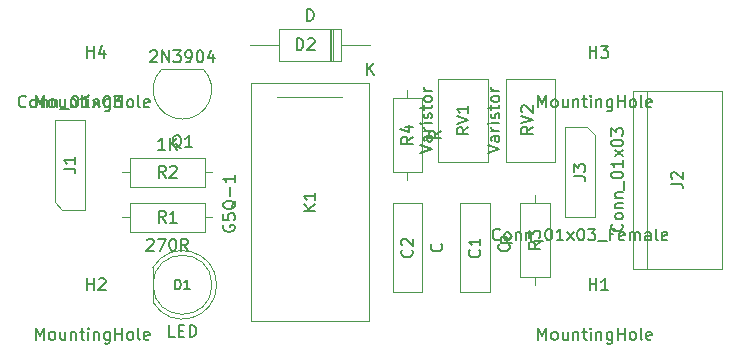
<source format=gbr>
G04 #@! TF.GenerationSoftware,KiCad,Pcbnew,(5.1.4-0-10_14)*
G04 #@! TF.CreationDate,2022-05-28T07:52:33+02:00*
G04 #@! TF.ProjectId,new_rele,6e65775f-7265-46c6-952e-6b696361645f,rev?*
G04 #@! TF.SameCoordinates,Original*
G04 #@! TF.FileFunction,Other,Fab,Top*
%FSLAX46Y46*%
G04 Gerber Fmt 4.6, Leading zero omitted, Abs format (unit mm)*
G04 Created by KiCad (PCBNEW (5.1.4-0-10_14)) date 2022-05-28 07:52:33*
%MOMM*%
%LPD*%
G04 APERTURE LIST*
%ADD10C,0.100000*%
%ADD11C,0.150000*%
%ADD12C,0.200000*%
G04 APERTURE END LIST*
D10*
X68600000Y-69195000D02*
X71100000Y-69195000D01*
X71100000Y-69195000D02*
X71100000Y-61695000D01*
X71100000Y-61695000D02*
X68600000Y-61695000D01*
X68600000Y-61695000D02*
X68600000Y-69195000D01*
X62885000Y-61695000D02*
X62885000Y-69195000D01*
X65385000Y-61695000D02*
X62885000Y-61695000D01*
X65385000Y-69195000D02*
X65385000Y-61695000D01*
X62885000Y-69195000D02*
X65385000Y-69195000D01*
X42584984Y-70049666D02*
G75*
G03X42585000Y-67110306I2500016J1469666D01*
G01*
X47585000Y-68580000D02*
G75*
G03X47585000Y-68580000I-2500000J0D01*
G01*
X42585000Y-67110306D02*
X42585000Y-70049694D01*
X58480000Y-49610000D02*
X58480000Y-46910000D01*
X58480000Y-46910000D02*
X53280000Y-46910000D01*
X53280000Y-46910000D02*
X53280000Y-49610000D01*
X53280000Y-49610000D02*
X58480000Y-49610000D01*
X60960000Y-48260000D02*
X58480000Y-48260000D01*
X50800000Y-48260000D02*
X53280000Y-48260000D01*
X57700000Y-49610000D02*
X57700000Y-46910000D01*
X57600000Y-49610000D02*
X57600000Y-46910000D01*
X57800000Y-49610000D02*
X57800000Y-46910000D01*
X36830000Y-62230000D02*
X34925000Y-62230000D01*
X34925000Y-62230000D02*
X34290000Y-61595000D01*
X34290000Y-61595000D02*
X34290000Y-54610000D01*
X34290000Y-54610000D02*
X36830000Y-54610000D01*
X36830000Y-54610000D02*
X36830000Y-62230000D01*
X84445000Y-52140000D02*
X84445000Y-67240000D01*
X90745000Y-52140000D02*
X90745000Y-67240000D01*
X90745000Y-67240000D02*
X83245000Y-67240000D01*
X83245000Y-67240000D02*
X83245000Y-52140000D01*
X83245000Y-52140000D02*
X90745000Y-52140000D01*
X77470000Y-62865000D02*
X77470000Y-55245000D01*
X80010000Y-62865000D02*
X77470000Y-62865000D01*
X80010000Y-55880000D02*
X80010000Y-62865000D01*
X79375000Y-55245000D02*
X80010000Y-55880000D01*
X77470000Y-55245000D02*
X79375000Y-55245000D01*
X46855000Y-50320000D02*
X43355000Y-50320000D01*
X43331375Y-50316375D02*
G75*
G03X45085000Y-54550000I1753625J-1753625D01*
G01*
X46838625Y-50316375D02*
G75*
G02X45085000Y-54550000I-1753625J-1753625D01*
G01*
X47625000Y-62865000D02*
X46965000Y-62865000D01*
X40005000Y-62865000D02*
X40665000Y-62865000D01*
X46965000Y-61615000D02*
X40665000Y-61615000D01*
X46965000Y-64115000D02*
X46965000Y-61615000D01*
X40665000Y-64115000D02*
X46965000Y-64115000D01*
X40665000Y-61615000D02*
X40665000Y-64115000D01*
X46965000Y-60305000D02*
X46965000Y-57805000D01*
X46965000Y-57805000D02*
X40665000Y-57805000D01*
X40665000Y-57805000D02*
X40665000Y-60305000D01*
X40665000Y-60305000D02*
X46965000Y-60305000D01*
X47625000Y-59055000D02*
X46965000Y-59055000D01*
X40005000Y-59055000D02*
X40665000Y-59055000D01*
X76180000Y-61620000D02*
X73680000Y-61620000D01*
X73680000Y-61620000D02*
X73680000Y-67920000D01*
X73680000Y-67920000D02*
X76180000Y-67920000D01*
X76180000Y-67920000D02*
X76180000Y-61620000D01*
X74930000Y-60960000D02*
X74930000Y-61620000D01*
X74930000Y-68580000D02*
X74930000Y-67920000D01*
X64135000Y-52070000D02*
X64135000Y-52730000D01*
X64135000Y-59690000D02*
X64135000Y-59030000D01*
X62885000Y-52730000D02*
X62885000Y-59030000D01*
X65385000Y-52730000D02*
X62885000Y-52730000D01*
X65385000Y-59030000D02*
X65385000Y-52730000D01*
X62885000Y-59030000D02*
X65385000Y-59030000D01*
X70945000Y-58150000D02*
X70945000Y-51150000D01*
X66745000Y-58150000D02*
X66745000Y-51150000D01*
X66745000Y-51150000D02*
X70945000Y-51150000D01*
X66745000Y-58150000D02*
X70945000Y-58150000D01*
X72460000Y-58150000D02*
X76660000Y-58150000D01*
X72460000Y-51150000D02*
X76660000Y-51150000D01*
X72460000Y-58150000D02*
X72460000Y-51150000D01*
X76660000Y-58150000D02*
X76660000Y-51150000D01*
X53070000Y-52705000D02*
X58570000Y-52705000D01*
X60880000Y-71665000D02*
X50880000Y-71665000D01*
X50880000Y-71665000D02*
X50880000Y-51525000D01*
X50880000Y-51525000D02*
X60880000Y-51525000D01*
X60880000Y-51525000D02*
X60880000Y-71665000D01*
D11*
X72707142Y-65135476D02*
X72754761Y-65183095D01*
X72802380Y-65325952D01*
X72802380Y-65421190D01*
X72754761Y-65564047D01*
X72659523Y-65659285D01*
X72564285Y-65706904D01*
X72373809Y-65754523D01*
X72230952Y-65754523D01*
X72040476Y-65706904D01*
X71945238Y-65659285D01*
X71850000Y-65564047D01*
X71802380Y-65421190D01*
X71802380Y-65325952D01*
X71850000Y-65183095D01*
X71897619Y-65135476D01*
X70207142Y-65611666D02*
X70254761Y-65659285D01*
X70302380Y-65802142D01*
X70302380Y-65897380D01*
X70254761Y-66040238D01*
X70159523Y-66135476D01*
X70064285Y-66183095D01*
X69873809Y-66230714D01*
X69730952Y-66230714D01*
X69540476Y-66183095D01*
X69445238Y-66135476D01*
X69350000Y-66040238D01*
X69302380Y-65897380D01*
X69302380Y-65802142D01*
X69350000Y-65659285D01*
X69397619Y-65611666D01*
X70302380Y-64659285D02*
X70302380Y-65230714D01*
X70302380Y-64945000D02*
X69302380Y-64945000D01*
X69445238Y-65040238D01*
X69540476Y-65135476D01*
X69588095Y-65230714D01*
X66992142Y-65135476D02*
X67039761Y-65183095D01*
X67087380Y-65325952D01*
X67087380Y-65421190D01*
X67039761Y-65564047D01*
X66944523Y-65659285D01*
X66849285Y-65706904D01*
X66658809Y-65754523D01*
X66515952Y-65754523D01*
X66325476Y-65706904D01*
X66230238Y-65659285D01*
X66135000Y-65564047D01*
X66087380Y-65421190D01*
X66087380Y-65325952D01*
X66135000Y-65183095D01*
X66182619Y-65135476D01*
X64492142Y-65611666D02*
X64539761Y-65659285D01*
X64587380Y-65802142D01*
X64587380Y-65897380D01*
X64539761Y-66040238D01*
X64444523Y-66135476D01*
X64349285Y-66183095D01*
X64158809Y-66230714D01*
X64015952Y-66230714D01*
X63825476Y-66183095D01*
X63730238Y-66135476D01*
X63635000Y-66040238D01*
X63587380Y-65897380D01*
X63587380Y-65802142D01*
X63635000Y-65659285D01*
X63682619Y-65611666D01*
X63682619Y-65230714D02*
X63635000Y-65183095D01*
X63587380Y-65087857D01*
X63587380Y-64849761D01*
X63635000Y-64754523D01*
X63682619Y-64706904D01*
X63777857Y-64659285D01*
X63873095Y-64659285D01*
X64015952Y-64706904D01*
X64587380Y-65278333D01*
X64587380Y-64659285D01*
X44442142Y-72992380D02*
X43965952Y-72992380D01*
X43965952Y-71992380D01*
X44775476Y-72468571D02*
X45108809Y-72468571D01*
X45251666Y-72992380D02*
X44775476Y-72992380D01*
X44775476Y-71992380D01*
X45251666Y-71992380D01*
X45680238Y-72992380D02*
X45680238Y-71992380D01*
X45918333Y-71992380D01*
X46061190Y-72040000D01*
X46156428Y-72135238D01*
X46204047Y-72230476D01*
X46251666Y-72420952D01*
X46251666Y-72563809D01*
X46204047Y-72754285D01*
X46156428Y-72849523D01*
X46061190Y-72944761D01*
X45918333Y-72992380D01*
X45680238Y-72992380D01*
D12*
X44474523Y-68941904D02*
X44474523Y-68141904D01*
X44665000Y-68141904D01*
X44779285Y-68180000D01*
X44855476Y-68256190D01*
X44893571Y-68332380D01*
X44931666Y-68484761D01*
X44931666Y-68599047D01*
X44893571Y-68751428D01*
X44855476Y-68827619D01*
X44779285Y-68903809D01*
X44665000Y-68941904D01*
X44474523Y-68941904D01*
X45693571Y-68941904D02*
X45236428Y-68941904D01*
X45465000Y-68941904D02*
X45465000Y-68141904D01*
X45388809Y-68256190D01*
X45312619Y-68332380D01*
X45236428Y-68370476D01*
D11*
X55618095Y-46242380D02*
X55618095Y-45242380D01*
X55856190Y-45242380D01*
X55999047Y-45290000D01*
X56094285Y-45385238D01*
X56141904Y-45480476D01*
X56189523Y-45670952D01*
X56189523Y-45813809D01*
X56141904Y-46004285D01*
X56094285Y-46099523D01*
X55999047Y-46194761D01*
X55856190Y-46242380D01*
X55618095Y-46242380D01*
X54751904Y-48712380D02*
X54751904Y-47712380D01*
X54990000Y-47712380D01*
X55132857Y-47760000D01*
X55228095Y-47855238D01*
X55275714Y-47950476D01*
X55323333Y-48140952D01*
X55323333Y-48283809D01*
X55275714Y-48474285D01*
X55228095Y-48569523D01*
X55132857Y-48664761D01*
X54990000Y-48712380D01*
X54751904Y-48712380D01*
X55704285Y-47807619D02*
X55751904Y-47760000D01*
X55847142Y-47712380D01*
X56085238Y-47712380D01*
X56180476Y-47760000D01*
X56228095Y-47807619D01*
X56275714Y-47902857D01*
X56275714Y-47998095D01*
X56228095Y-48140952D01*
X55656666Y-48712380D01*
X56275714Y-48712380D01*
X60698095Y-50812380D02*
X60698095Y-49812380D01*
X61269523Y-50812380D02*
X60840952Y-50240952D01*
X61269523Y-49812380D02*
X60698095Y-50383809D01*
X31821904Y-53467142D02*
X31774285Y-53514761D01*
X31631428Y-53562380D01*
X31536190Y-53562380D01*
X31393333Y-53514761D01*
X31298095Y-53419523D01*
X31250476Y-53324285D01*
X31202857Y-53133809D01*
X31202857Y-52990952D01*
X31250476Y-52800476D01*
X31298095Y-52705238D01*
X31393333Y-52610000D01*
X31536190Y-52562380D01*
X31631428Y-52562380D01*
X31774285Y-52610000D01*
X31821904Y-52657619D01*
X32393333Y-53562380D02*
X32298095Y-53514761D01*
X32250476Y-53467142D01*
X32202857Y-53371904D01*
X32202857Y-53086190D01*
X32250476Y-52990952D01*
X32298095Y-52943333D01*
X32393333Y-52895714D01*
X32536190Y-52895714D01*
X32631428Y-52943333D01*
X32679047Y-52990952D01*
X32726666Y-53086190D01*
X32726666Y-53371904D01*
X32679047Y-53467142D01*
X32631428Y-53514761D01*
X32536190Y-53562380D01*
X32393333Y-53562380D01*
X33155238Y-52895714D02*
X33155238Y-53562380D01*
X33155238Y-52990952D02*
X33202857Y-52943333D01*
X33298095Y-52895714D01*
X33440952Y-52895714D01*
X33536190Y-52943333D01*
X33583809Y-53038571D01*
X33583809Y-53562380D01*
X34060000Y-52895714D02*
X34060000Y-53562380D01*
X34060000Y-52990952D02*
X34107619Y-52943333D01*
X34202857Y-52895714D01*
X34345714Y-52895714D01*
X34440952Y-52943333D01*
X34488571Y-53038571D01*
X34488571Y-53562380D01*
X34726666Y-53657619D02*
X35488571Y-53657619D01*
X35917142Y-52562380D02*
X36012380Y-52562380D01*
X36107619Y-52610000D01*
X36155238Y-52657619D01*
X36202857Y-52752857D01*
X36250476Y-52943333D01*
X36250476Y-53181428D01*
X36202857Y-53371904D01*
X36155238Y-53467142D01*
X36107619Y-53514761D01*
X36012380Y-53562380D01*
X35917142Y-53562380D01*
X35821904Y-53514761D01*
X35774285Y-53467142D01*
X35726666Y-53371904D01*
X35679047Y-53181428D01*
X35679047Y-52943333D01*
X35726666Y-52752857D01*
X35774285Y-52657619D01*
X35821904Y-52610000D01*
X35917142Y-52562380D01*
X37202857Y-53562380D02*
X36631428Y-53562380D01*
X36917142Y-53562380D02*
X36917142Y-52562380D01*
X36821904Y-52705238D01*
X36726666Y-52800476D01*
X36631428Y-52848095D01*
X37536190Y-53562380D02*
X38060000Y-52895714D01*
X37536190Y-52895714D02*
X38060000Y-53562380D01*
X38631428Y-52562380D02*
X38726666Y-52562380D01*
X38821904Y-52610000D01*
X38869523Y-52657619D01*
X38917142Y-52752857D01*
X38964761Y-52943333D01*
X38964761Y-53181428D01*
X38917142Y-53371904D01*
X38869523Y-53467142D01*
X38821904Y-53514761D01*
X38726666Y-53562380D01*
X38631428Y-53562380D01*
X38536190Y-53514761D01*
X38488571Y-53467142D01*
X38440952Y-53371904D01*
X38393333Y-53181428D01*
X38393333Y-52943333D01*
X38440952Y-52752857D01*
X38488571Y-52657619D01*
X38536190Y-52610000D01*
X38631428Y-52562380D01*
X39298095Y-52562380D02*
X39917142Y-52562380D01*
X39583809Y-52943333D01*
X39726666Y-52943333D01*
X39821904Y-52990952D01*
X39869523Y-53038571D01*
X39917142Y-53133809D01*
X39917142Y-53371904D01*
X39869523Y-53467142D01*
X39821904Y-53514761D01*
X39726666Y-53562380D01*
X39440952Y-53562380D01*
X39345714Y-53514761D01*
X39298095Y-53467142D01*
X35012380Y-58753333D02*
X35726666Y-58753333D01*
X35869523Y-58800952D01*
X35964761Y-58896190D01*
X36012380Y-59039047D01*
X36012380Y-59134285D01*
X36012380Y-57753333D02*
X36012380Y-58324761D01*
X36012380Y-58039047D02*
X35012380Y-58039047D01*
X35155238Y-58134285D01*
X35250476Y-58229523D01*
X35298095Y-58324761D01*
X82272142Y-63428095D02*
X82319761Y-63475714D01*
X82367380Y-63618571D01*
X82367380Y-63713809D01*
X82319761Y-63856666D01*
X82224523Y-63951904D01*
X82129285Y-63999523D01*
X81938809Y-64047142D01*
X81795952Y-64047142D01*
X81605476Y-63999523D01*
X81510238Y-63951904D01*
X81415000Y-63856666D01*
X81367380Y-63713809D01*
X81367380Y-63618571D01*
X81415000Y-63475714D01*
X81462619Y-63428095D01*
X82367380Y-62856666D02*
X82319761Y-62951904D01*
X82272142Y-62999523D01*
X82176904Y-63047142D01*
X81891190Y-63047142D01*
X81795952Y-62999523D01*
X81748333Y-62951904D01*
X81700714Y-62856666D01*
X81700714Y-62713809D01*
X81748333Y-62618571D01*
X81795952Y-62570952D01*
X81891190Y-62523333D01*
X82176904Y-62523333D01*
X82272142Y-62570952D01*
X82319761Y-62618571D01*
X82367380Y-62713809D01*
X82367380Y-62856666D01*
X81700714Y-62094761D02*
X82367380Y-62094761D01*
X81795952Y-62094761D02*
X81748333Y-62047142D01*
X81700714Y-61951904D01*
X81700714Y-61809047D01*
X81748333Y-61713809D01*
X81843571Y-61666190D01*
X82367380Y-61666190D01*
X81700714Y-61190000D02*
X82367380Y-61190000D01*
X81795952Y-61190000D02*
X81748333Y-61142380D01*
X81700714Y-61047142D01*
X81700714Y-60904285D01*
X81748333Y-60809047D01*
X81843571Y-60761428D01*
X82367380Y-60761428D01*
X82462619Y-60523333D02*
X82462619Y-59761428D01*
X81367380Y-59332857D02*
X81367380Y-59237619D01*
X81415000Y-59142380D01*
X81462619Y-59094761D01*
X81557857Y-59047142D01*
X81748333Y-58999523D01*
X81986428Y-58999523D01*
X82176904Y-59047142D01*
X82272142Y-59094761D01*
X82319761Y-59142380D01*
X82367380Y-59237619D01*
X82367380Y-59332857D01*
X82319761Y-59428095D01*
X82272142Y-59475714D01*
X82176904Y-59523333D01*
X81986428Y-59570952D01*
X81748333Y-59570952D01*
X81557857Y-59523333D01*
X81462619Y-59475714D01*
X81415000Y-59428095D01*
X81367380Y-59332857D01*
X82367380Y-58047142D02*
X82367380Y-58618571D01*
X82367380Y-58332857D02*
X81367380Y-58332857D01*
X81510238Y-58428095D01*
X81605476Y-58523333D01*
X81653095Y-58618571D01*
X82367380Y-57713809D02*
X81700714Y-57190000D01*
X81700714Y-57713809D02*
X82367380Y-57190000D01*
X81367380Y-56618571D02*
X81367380Y-56523333D01*
X81415000Y-56428095D01*
X81462619Y-56380476D01*
X81557857Y-56332857D01*
X81748333Y-56285238D01*
X81986428Y-56285238D01*
X82176904Y-56332857D01*
X82272142Y-56380476D01*
X82319761Y-56428095D01*
X82367380Y-56523333D01*
X82367380Y-56618571D01*
X82319761Y-56713809D01*
X82272142Y-56761428D01*
X82176904Y-56809047D01*
X81986428Y-56856666D01*
X81748333Y-56856666D01*
X81557857Y-56809047D01*
X81462619Y-56761428D01*
X81415000Y-56713809D01*
X81367380Y-56618571D01*
X81367380Y-55951904D02*
X81367380Y-55332857D01*
X81748333Y-55666190D01*
X81748333Y-55523333D01*
X81795952Y-55428095D01*
X81843571Y-55380476D01*
X81938809Y-55332857D01*
X82176904Y-55332857D01*
X82272142Y-55380476D01*
X82319761Y-55428095D01*
X82367380Y-55523333D01*
X82367380Y-55809047D01*
X82319761Y-55904285D01*
X82272142Y-55951904D01*
X86447380Y-60023333D02*
X87161666Y-60023333D01*
X87304523Y-60070952D01*
X87399761Y-60166190D01*
X87447380Y-60309047D01*
X87447380Y-60404285D01*
X86542619Y-59594761D02*
X86495000Y-59547142D01*
X86447380Y-59451904D01*
X86447380Y-59213809D01*
X86495000Y-59118571D01*
X86542619Y-59070952D01*
X86637857Y-59023333D01*
X86733095Y-59023333D01*
X86875952Y-59070952D01*
X87447380Y-59642380D01*
X87447380Y-59023333D01*
X71954285Y-64722142D02*
X71906666Y-64769761D01*
X71763809Y-64817380D01*
X71668571Y-64817380D01*
X71525714Y-64769761D01*
X71430476Y-64674523D01*
X71382857Y-64579285D01*
X71335238Y-64388809D01*
X71335238Y-64245952D01*
X71382857Y-64055476D01*
X71430476Y-63960238D01*
X71525714Y-63865000D01*
X71668571Y-63817380D01*
X71763809Y-63817380D01*
X71906666Y-63865000D01*
X71954285Y-63912619D01*
X72525714Y-64817380D02*
X72430476Y-64769761D01*
X72382857Y-64722142D01*
X72335238Y-64626904D01*
X72335238Y-64341190D01*
X72382857Y-64245952D01*
X72430476Y-64198333D01*
X72525714Y-64150714D01*
X72668571Y-64150714D01*
X72763809Y-64198333D01*
X72811428Y-64245952D01*
X72859047Y-64341190D01*
X72859047Y-64626904D01*
X72811428Y-64722142D01*
X72763809Y-64769761D01*
X72668571Y-64817380D01*
X72525714Y-64817380D01*
X73287619Y-64150714D02*
X73287619Y-64817380D01*
X73287619Y-64245952D02*
X73335238Y-64198333D01*
X73430476Y-64150714D01*
X73573333Y-64150714D01*
X73668571Y-64198333D01*
X73716190Y-64293571D01*
X73716190Y-64817380D01*
X74192380Y-64150714D02*
X74192380Y-64817380D01*
X74192380Y-64245952D02*
X74240000Y-64198333D01*
X74335238Y-64150714D01*
X74478095Y-64150714D01*
X74573333Y-64198333D01*
X74620952Y-64293571D01*
X74620952Y-64817380D01*
X74859047Y-64912619D02*
X75620952Y-64912619D01*
X76049523Y-63817380D02*
X76144761Y-63817380D01*
X76240000Y-63865000D01*
X76287619Y-63912619D01*
X76335238Y-64007857D01*
X76382857Y-64198333D01*
X76382857Y-64436428D01*
X76335238Y-64626904D01*
X76287619Y-64722142D01*
X76240000Y-64769761D01*
X76144761Y-64817380D01*
X76049523Y-64817380D01*
X75954285Y-64769761D01*
X75906666Y-64722142D01*
X75859047Y-64626904D01*
X75811428Y-64436428D01*
X75811428Y-64198333D01*
X75859047Y-64007857D01*
X75906666Y-63912619D01*
X75954285Y-63865000D01*
X76049523Y-63817380D01*
X77335238Y-64817380D02*
X76763809Y-64817380D01*
X77049523Y-64817380D02*
X77049523Y-63817380D01*
X76954285Y-63960238D01*
X76859047Y-64055476D01*
X76763809Y-64103095D01*
X77668571Y-64817380D02*
X78192380Y-64150714D01*
X77668571Y-64150714D02*
X78192380Y-64817380D01*
X78763809Y-63817380D02*
X78859047Y-63817380D01*
X78954285Y-63865000D01*
X79001904Y-63912619D01*
X79049523Y-64007857D01*
X79097142Y-64198333D01*
X79097142Y-64436428D01*
X79049523Y-64626904D01*
X79001904Y-64722142D01*
X78954285Y-64769761D01*
X78859047Y-64817380D01*
X78763809Y-64817380D01*
X78668571Y-64769761D01*
X78620952Y-64722142D01*
X78573333Y-64626904D01*
X78525714Y-64436428D01*
X78525714Y-64198333D01*
X78573333Y-64007857D01*
X78620952Y-63912619D01*
X78668571Y-63865000D01*
X78763809Y-63817380D01*
X79430476Y-63817380D02*
X80049523Y-63817380D01*
X79716190Y-64198333D01*
X79859047Y-64198333D01*
X79954285Y-64245952D01*
X80001904Y-64293571D01*
X80049523Y-64388809D01*
X80049523Y-64626904D01*
X80001904Y-64722142D01*
X79954285Y-64769761D01*
X79859047Y-64817380D01*
X79573333Y-64817380D01*
X79478095Y-64769761D01*
X79430476Y-64722142D01*
X80240000Y-64912619D02*
X81001904Y-64912619D01*
X81573333Y-64293571D02*
X81240000Y-64293571D01*
X81240000Y-64817380D02*
X81240000Y-63817380D01*
X81716190Y-63817380D01*
X82478095Y-64769761D02*
X82382857Y-64817380D01*
X82192380Y-64817380D01*
X82097142Y-64769761D01*
X82049523Y-64674523D01*
X82049523Y-64293571D01*
X82097142Y-64198333D01*
X82192380Y-64150714D01*
X82382857Y-64150714D01*
X82478095Y-64198333D01*
X82525714Y-64293571D01*
X82525714Y-64388809D01*
X82049523Y-64484047D01*
X82954285Y-64817380D02*
X82954285Y-64150714D01*
X82954285Y-64245952D02*
X83001904Y-64198333D01*
X83097142Y-64150714D01*
X83240000Y-64150714D01*
X83335238Y-64198333D01*
X83382857Y-64293571D01*
X83382857Y-64817380D01*
X83382857Y-64293571D02*
X83430476Y-64198333D01*
X83525714Y-64150714D01*
X83668571Y-64150714D01*
X83763809Y-64198333D01*
X83811428Y-64293571D01*
X83811428Y-64817380D01*
X84716190Y-64817380D02*
X84716190Y-64293571D01*
X84668571Y-64198333D01*
X84573333Y-64150714D01*
X84382857Y-64150714D01*
X84287619Y-64198333D01*
X84716190Y-64769761D02*
X84620952Y-64817380D01*
X84382857Y-64817380D01*
X84287619Y-64769761D01*
X84240000Y-64674523D01*
X84240000Y-64579285D01*
X84287619Y-64484047D01*
X84382857Y-64436428D01*
X84620952Y-64436428D01*
X84716190Y-64388809D01*
X85335238Y-64817380D02*
X85240000Y-64769761D01*
X85192380Y-64674523D01*
X85192380Y-63817380D01*
X86097142Y-64769761D02*
X86001904Y-64817380D01*
X85811428Y-64817380D01*
X85716190Y-64769761D01*
X85668571Y-64674523D01*
X85668571Y-64293571D01*
X85716190Y-64198333D01*
X85811428Y-64150714D01*
X86001904Y-64150714D01*
X86097142Y-64198333D01*
X86144761Y-64293571D01*
X86144761Y-64388809D01*
X85668571Y-64484047D01*
X78192380Y-59388333D02*
X78906666Y-59388333D01*
X79049523Y-59435952D01*
X79144761Y-59531190D01*
X79192380Y-59674047D01*
X79192380Y-59769285D01*
X78192380Y-59007380D02*
X78192380Y-58388333D01*
X78573333Y-58721666D01*
X78573333Y-58578809D01*
X78620952Y-58483571D01*
X78668571Y-58435952D01*
X78763809Y-58388333D01*
X79001904Y-58388333D01*
X79097142Y-58435952D01*
X79144761Y-58483571D01*
X79192380Y-58578809D01*
X79192380Y-58864523D01*
X79144761Y-58959761D01*
X79097142Y-59007380D01*
X42370714Y-48827619D02*
X42418333Y-48780000D01*
X42513571Y-48732380D01*
X42751666Y-48732380D01*
X42846904Y-48780000D01*
X42894523Y-48827619D01*
X42942142Y-48922857D01*
X42942142Y-49018095D01*
X42894523Y-49160952D01*
X42323095Y-49732380D01*
X42942142Y-49732380D01*
X43370714Y-49732380D02*
X43370714Y-48732380D01*
X43942142Y-49732380D01*
X43942142Y-48732380D01*
X44323095Y-48732380D02*
X44942142Y-48732380D01*
X44608809Y-49113333D01*
X44751666Y-49113333D01*
X44846904Y-49160952D01*
X44894523Y-49208571D01*
X44942142Y-49303809D01*
X44942142Y-49541904D01*
X44894523Y-49637142D01*
X44846904Y-49684761D01*
X44751666Y-49732380D01*
X44465952Y-49732380D01*
X44370714Y-49684761D01*
X44323095Y-49637142D01*
X45418333Y-49732380D02*
X45608809Y-49732380D01*
X45704047Y-49684761D01*
X45751666Y-49637142D01*
X45846904Y-49494285D01*
X45894523Y-49303809D01*
X45894523Y-48922857D01*
X45846904Y-48827619D01*
X45799285Y-48780000D01*
X45704047Y-48732380D01*
X45513571Y-48732380D01*
X45418333Y-48780000D01*
X45370714Y-48827619D01*
X45323095Y-48922857D01*
X45323095Y-49160952D01*
X45370714Y-49256190D01*
X45418333Y-49303809D01*
X45513571Y-49351428D01*
X45704047Y-49351428D01*
X45799285Y-49303809D01*
X45846904Y-49256190D01*
X45894523Y-49160952D01*
X46513571Y-48732380D02*
X46608809Y-48732380D01*
X46704047Y-48780000D01*
X46751666Y-48827619D01*
X46799285Y-48922857D01*
X46846904Y-49113333D01*
X46846904Y-49351428D01*
X46799285Y-49541904D01*
X46751666Y-49637142D01*
X46704047Y-49684761D01*
X46608809Y-49732380D01*
X46513571Y-49732380D01*
X46418333Y-49684761D01*
X46370714Y-49637142D01*
X46323095Y-49541904D01*
X46275476Y-49351428D01*
X46275476Y-49113333D01*
X46323095Y-48922857D01*
X46370714Y-48827619D01*
X46418333Y-48780000D01*
X46513571Y-48732380D01*
X47704047Y-49065714D02*
X47704047Y-49732380D01*
X47465952Y-48684761D02*
X47227857Y-49399047D01*
X47846904Y-49399047D01*
X44989761Y-57017619D02*
X44894523Y-56970000D01*
X44799285Y-56874761D01*
X44656428Y-56731904D01*
X44561190Y-56684285D01*
X44465952Y-56684285D01*
X44513571Y-56922380D02*
X44418333Y-56874761D01*
X44323095Y-56779523D01*
X44275476Y-56589047D01*
X44275476Y-56255714D01*
X44323095Y-56065238D01*
X44418333Y-55970000D01*
X44513571Y-55922380D01*
X44704047Y-55922380D01*
X44799285Y-55970000D01*
X44894523Y-56065238D01*
X44942142Y-56255714D01*
X44942142Y-56589047D01*
X44894523Y-56779523D01*
X44799285Y-56874761D01*
X44704047Y-56922380D01*
X44513571Y-56922380D01*
X45894523Y-56922380D02*
X45323095Y-56922380D01*
X45608809Y-56922380D02*
X45608809Y-55922380D01*
X45513571Y-56065238D01*
X45418333Y-56160476D01*
X45323095Y-56208095D01*
X42076904Y-64782619D02*
X42124523Y-64735000D01*
X42219761Y-64687380D01*
X42457857Y-64687380D01*
X42553095Y-64735000D01*
X42600714Y-64782619D01*
X42648333Y-64877857D01*
X42648333Y-64973095D01*
X42600714Y-65115952D01*
X42029285Y-65687380D01*
X42648333Y-65687380D01*
X42981666Y-64687380D02*
X43648333Y-64687380D01*
X43219761Y-65687380D01*
X44219761Y-64687380D02*
X44315000Y-64687380D01*
X44410238Y-64735000D01*
X44457857Y-64782619D01*
X44505476Y-64877857D01*
X44553095Y-65068333D01*
X44553095Y-65306428D01*
X44505476Y-65496904D01*
X44457857Y-65592142D01*
X44410238Y-65639761D01*
X44315000Y-65687380D01*
X44219761Y-65687380D01*
X44124523Y-65639761D01*
X44076904Y-65592142D01*
X44029285Y-65496904D01*
X43981666Y-65306428D01*
X43981666Y-65068333D01*
X44029285Y-64877857D01*
X44076904Y-64782619D01*
X44124523Y-64735000D01*
X44219761Y-64687380D01*
X45553095Y-65687380D02*
X45219761Y-65211190D01*
X44981666Y-65687380D02*
X44981666Y-64687380D01*
X45362619Y-64687380D01*
X45457857Y-64735000D01*
X45505476Y-64782619D01*
X45553095Y-64877857D01*
X45553095Y-65020714D01*
X45505476Y-65115952D01*
X45457857Y-65163571D01*
X45362619Y-65211190D01*
X44981666Y-65211190D01*
X43648333Y-63317380D02*
X43315000Y-62841190D01*
X43076904Y-63317380D02*
X43076904Y-62317380D01*
X43457857Y-62317380D01*
X43553095Y-62365000D01*
X43600714Y-62412619D01*
X43648333Y-62507857D01*
X43648333Y-62650714D01*
X43600714Y-62745952D01*
X43553095Y-62793571D01*
X43457857Y-62841190D01*
X43076904Y-62841190D01*
X44600714Y-63317380D02*
X44029285Y-63317380D01*
X44315000Y-63317380D02*
X44315000Y-62317380D01*
X44219761Y-62460238D01*
X44124523Y-62555476D01*
X44029285Y-62603095D01*
X43600714Y-57137380D02*
X43029285Y-57137380D01*
X43315000Y-57137380D02*
X43315000Y-56137380D01*
X43219761Y-56280238D01*
X43124523Y-56375476D01*
X43029285Y-56423095D01*
X44029285Y-57137380D02*
X44029285Y-56137380D01*
X44600714Y-57137380D02*
X44172142Y-56565952D01*
X44600714Y-56137380D02*
X44029285Y-56708809D01*
X43648333Y-59507380D02*
X43315000Y-59031190D01*
X43076904Y-59507380D02*
X43076904Y-58507380D01*
X43457857Y-58507380D01*
X43553095Y-58555000D01*
X43600714Y-58602619D01*
X43648333Y-58697857D01*
X43648333Y-58840714D01*
X43600714Y-58935952D01*
X43553095Y-58983571D01*
X43457857Y-59031190D01*
X43076904Y-59031190D01*
X44029285Y-58602619D02*
X44076904Y-58555000D01*
X44172142Y-58507380D01*
X44410238Y-58507380D01*
X44505476Y-58555000D01*
X44553095Y-58602619D01*
X44600714Y-58697857D01*
X44600714Y-58793095D01*
X44553095Y-58935952D01*
X43981666Y-59507380D01*
X44600714Y-59507380D01*
X73012380Y-64460476D02*
X72536190Y-64793809D01*
X73012380Y-65031904D02*
X72012380Y-65031904D01*
X72012380Y-64650952D01*
X72060000Y-64555714D01*
X72107619Y-64508095D01*
X72202857Y-64460476D01*
X72345714Y-64460476D01*
X72440952Y-64508095D01*
X72488571Y-64555714D01*
X72536190Y-64650952D01*
X72536190Y-65031904D01*
X75382380Y-64936666D02*
X74906190Y-65270000D01*
X75382380Y-65508095D02*
X74382380Y-65508095D01*
X74382380Y-65127142D01*
X74430000Y-65031904D01*
X74477619Y-64984285D01*
X74572857Y-64936666D01*
X74715714Y-64936666D01*
X74810952Y-64984285D01*
X74858571Y-65031904D01*
X74906190Y-65127142D01*
X74906190Y-65508095D01*
X74382380Y-64603333D02*
X74382380Y-63984285D01*
X74763333Y-64317619D01*
X74763333Y-64174761D01*
X74810952Y-64079523D01*
X74858571Y-64031904D01*
X74953809Y-63984285D01*
X75191904Y-63984285D01*
X75287142Y-64031904D01*
X75334761Y-64079523D01*
X75382380Y-64174761D01*
X75382380Y-64460476D01*
X75334761Y-64555714D01*
X75287142Y-64603333D01*
X66957380Y-55570476D02*
X66481190Y-55903809D01*
X66957380Y-56141904D02*
X65957380Y-56141904D01*
X65957380Y-55760952D01*
X66005000Y-55665714D01*
X66052619Y-55618095D01*
X66147857Y-55570476D01*
X66290714Y-55570476D01*
X66385952Y-55618095D01*
X66433571Y-55665714D01*
X66481190Y-55760952D01*
X66481190Y-56141904D01*
X64587380Y-56046666D02*
X64111190Y-56380000D01*
X64587380Y-56618095D02*
X63587380Y-56618095D01*
X63587380Y-56237142D01*
X63635000Y-56141904D01*
X63682619Y-56094285D01*
X63777857Y-56046666D01*
X63920714Y-56046666D01*
X64015952Y-56094285D01*
X64063571Y-56141904D01*
X64111190Y-56237142D01*
X64111190Y-56618095D01*
X63920714Y-55189523D02*
X64587380Y-55189523D01*
X63539761Y-55427619D02*
X64254047Y-55665714D01*
X64254047Y-55046666D01*
X65197380Y-57435714D02*
X66197380Y-57102380D01*
X65197380Y-56769047D01*
X66197380Y-56007142D02*
X65673571Y-56007142D01*
X65578333Y-56054761D01*
X65530714Y-56150000D01*
X65530714Y-56340476D01*
X65578333Y-56435714D01*
X66149761Y-56007142D02*
X66197380Y-56102380D01*
X66197380Y-56340476D01*
X66149761Y-56435714D01*
X66054523Y-56483333D01*
X65959285Y-56483333D01*
X65864047Y-56435714D01*
X65816428Y-56340476D01*
X65816428Y-56102380D01*
X65768809Y-56007142D01*
X66197380Y-55530952D02*
X65530714Y-55530952D01*
X65721190Y-55530952D02*
X65625952Y-55483333D01*
X65578333Y-55435714D01*
X65530714Y-55340476D01*
X65530714Y-55245238D01*
X66197380Y-54911904D02*
X65530714Y-54911904D01*
X65197380Y-54911904D02*
X65245000Y-54959523D01*
X65292619Y-54911904D01*
X65245000Y-54864285D01*
X65197380Y-54911904D01*
X65292619Y-54911904D01*
X66149761Y-54483333D02*
X66197380Y-54388095D01*
X66197380Y-54197619D01*
X66149761Y-54102380D01*
X66054523Y-54054761D01*
X66006904Y-54054761D01*
X65911666Y-54102380D01*
X65864047Y-54197619D01*
X65864047Y-54340476D01*
X65816428Y-54435714D01*
X65721190Y-54483333D01*
X65673571Y-54483333D01*
X65578333Y-54435714D01*
X65530714Y-54340476D01*
X65530714Y-54197619D01*
X65578333Y-54102380D01*
X65530714Y-53769047D02*
X65530714Y-53388095D01*
X65197380Y-53626190D02*
X66054523Y-53626190D01*
X66149761Y-53578571D01*
X66197380Y-53483333D01*
X66197380Y-53388095D01*
X66197380Y-52911904D02*
X66149761Y-53007142D01*
X66102142Y-53054761D01*
X66006904Y-53102380D01*
X65721190Y-53102380D01*
X65625952Y-53054761D01*
X65578333Y-53007142D01*
X65530714Y-52911904D01*
X65530714Y-52769047D01*
X65578333Y-52673809D01*
X65625952Y-52626190D01*
X65721190Y-52578571D01*
X66006904Y-52578571D01*
X66102142Y-52626190D01*
X66149761Y-52673809D01*
X66197380Y-52769047D01*
X66197380Y-52911904D01*
X66197380Y-52150000D02*
X65530714Y-52150000D01*
X65721190Y-52150000D02*
X65625952Y-52102380D01*
X65578333Y-52054761D01*
X65530714Y-51959523D01*
X65530714Y-51864285D01*
X69297380Y-55245238D02*
X68821190Y-55578571D01*
X69297380Y-55816666D02*
X68297380Y-55816666D01*
X68297380Y-55435714D01*
X68345000Y-55340476D01*
X68392619Y-55292857D01*
X68487857Y-55245238D01*
X68630714Y-55245238D01*
X68725952Y-55292857D01*
X68773571Y-55340476D01*
X68821190Y-55435714D01*
X68821190Y-55816666D01*
X68297380Y-54959523D02*
X69297380Y-54626190D01*
X68297380Y-54292857D01*
X69297380Y-53435714D02*
X69297380Y-54007142D01*
X69297380Y-53721428D02*
X68297380Y-53721428D01*
X68440238Y-53816666D01*
X68535476Y-53911904D01*
X68583095Y-54007142D01*
X70912380Y-57435714D02*
X71912380Y-57102380D01*
X70912380Y-56769047D01*
X71912380Y-56007142D02*
X71388571Y-56007142D01*
X71293333Y-56054761D01*
X71245714Y-56150000D01*
X71245714Y-56340476D01*
X71293333Y-56435714D01*
X71864761Y-56007142D02*
X71912380Y-56102380D01*
X71912380Y-56340476D01*
X71864761Y-56435714D01*
X71769523Y-56483333D01*
X71674285Y-56483333D01*
X71579047Y-56435714D01*
X71531428Y-56340476D01*
X71531428Y-56102380D01*
X71483809Y-56007142D01*
X71912380Y-55530952D02*
X71245714Y-55530952D01*
X71436190Y-55530952D02*
X71340952Y-55483333D01*
X71293333Y-55435714D01*
X71245714Y-55340476D01*
X71245714Y-55245238D01*
X71912380Y-54911904D02*
X71245714Y-54911904D01*
X70912380Y-54911904D02*
X70960000Y-54959523D01*
X71007619Y-54911904D01*
X70960000Y-54864285D01*
X70912380Y-54911904D01*
X71007619Y-54911904D01*
X71864761Y-54483333D02*
X71912380Y-54388095D01*
X71912380Y-54197619D01*
X71864761Y-54102380D01*
X71769523Y-54054761D01*
X71721904Y-54054761D01*
X71626666Y-54102380D01*
X71579047Y-54197619D01*
X71579047Y-54340476D01*
X71531428Y-54435714D01*
X71436190Y-54483333D01*
X71388571Y-54483333D01*
X71293333Y-54435714D01*
X71245714Y-54340476D01*
X71245714Y-54197619D01*
X71293333Y-54102380D01*
X71245714Y-53769047D02*
X71245714Y-53388095D01*
X70912380Y-53626190D02*
X71769523Y-53626190D01*
X71864761Y-53578571D01*
X71912380Y-53483333D01*
X71912380Y-53388095D01*
X71912380Y-52911904D02*
X71864761Y-53007142D01*
X71817142Y-53054761D01*
X71721904Y-53102380D01*
X71436190Y-53102380D01*
X71340952Y-53054761D01*
X71293333Y-53007142D01*
X71245714Y-52911904D01*
X71245714Y-52769047D01*
X71293333Y-52673809D01*
X71340952Y-52626190D01*
X71436190Y-52578571D01*
X71721904Y-52578571D01*
X71817142Y-52626190D01*
X71864761Y-52673809D01*
X71912380Y-52769047D01*
X71912380Y-52911904D01*
X71912380Y-52150000D02*
X71245714Y-52150000D01*
X71436190Y-52150000D02*
X71340952Y-52102380D01*
X71293333Y-52054761D01*
X71245714Y-51959523D01*
X71245714Y-51864285D01*
X74747380Y-55205238D02*
X74271190Y-55538571D01*
X74747380Y-55776666D02*
X73747380Y-55776666D01*
X73747380Y-55395714D01*
X73795000Y-55300476D01*
X73842619Y-55252857D01*
X73937857Y-55205238D01*
X74080714Y-55205238D01*
X74175952Y-55252857D01*
X74223571Y-55300476D01*
X74271190Y-55395714D01*
X74271190Y-55776666D01*
X73747380Y-54919523D02*
X74747380Y-54586190D01*
X73747380Y-54252857D01*
X73842619Y-53967142D02*
X73795000Y-53919523D01*
X73747380Y-53824285D01*
X73747380Y-53586190D01*
X73795000Y-53490952D01*
X73842619Y-53443333D01*
X73937857Y-53395714D01*
X74033095Y-53395714D01*
X74175952Y-53443333D01*
X74747380Y-54014761D01*
X74747380Y-53395714D01*
X48570000Y-63538333D02*
X48522380Y-63633571D01*
X48522380Y-63776428D01*
X48570000Y-63919285D01*
X48665238Y-64014523D01*
X48760476Y-64062142D01*
X48950952Y-64109761D01*
X49093809Y-64109761D01*
X49284285Y-64062142D01*
X49379523Y-64014523D01*
X49474761Y-63919285D01*
X49522380Y-63776428D01*
X49522380Y-63681190D01*
X49474761Y-63538333D01*
X49427142Y-63490714D01*
X49093809Y-63490714D01*
X49093809Y-63681190D01*
X48522380Y-62585952D02*
X48522380Y-63062142D01*
X48998571Y-63109761D01*
X48950952Y-63062142D01*
X48903333Y-62966904D01*
X48903333Y-62728809D01*
X48950952Y-62633571D01*
X48998571Y-62585952D01*
X49093809Y-62538333D01*
X49331904Y-62538333D01*
X49427142Y-62585952D01*
X49474761Y-62633571D01*
X49522380Y-62728809D01*
X49522380Y-62966904D01*
X49474761Y-63062142D01*
X49427142Y-63109761D01*
X49617619Y-61443095D02*
X49570000Y-61538333D01*
X49474761Y-61633571D01*
X49331904Y-61776428D01*
X49284285Y-61871666D01*
X49284285Y-61966904D01*
X49522380Y-61919285D02*
X49474761Y-62014523D01*
X49379523Y-62109761D01*
X49189047Y-62157380D01*
X48855714Y-62157380D01*
X48665238Y-62109761D01*
X48570000Y-62014523D01*
X48522380Y-61919285D01*
X48522380Y-61728809D01*
X48570000Y-61633571D01*
X48665238Y-61538333D01*
X48855714Y-61490714D01*
X49189047Y-61490714D01*
X49379523Y-61538333D01*
X49474761Y-61633571D01*
X49522380Y-61728809D01*
X49522380Y-61919285D01*
X49141428Y-61062142D02*
X49141428Y-60300238D01*
X49522380Y-59300238D02*
X49522380Y-59871666D01*
X49522380Y-59585952D02*
X48522380Y-59585952D01*
X48665238Y-59681190D01*
X48760476Y-59776428D01*
X48808095Y-59871666D01*
X56332380Y-62333095D02*
X55332380Y-62333095D01*
X56332380Y-61761666D02*
X55760952Y-62190238D01*
X55332380Y-61761666D02*
X55903809Y-62333095D01*
X56332380Y-60809285D02*
X56332380Y-61380714D01*
X56332380Y-61095000D02*
X55332380Y-61095000D01*
X55475238Y-61190238D01*
X55570476Y-61285476D01*
X55618095Y-61380714D01*
X75224285Y-73232380D02*
X75224285Y-72232380D01*
X75557619Y-72946666D01*
X75890952Y-72232380D01*
X75890952Y-73232380D01*
X76510000Y-73232380D02*
X76414761Y-73184761D01*
X76367142Y-73137142D01*
X76319523Y-73041904D01*
X76319523Y-72756190D01*
X76367142Y-72660952D01*
X76414761Y-72613333D01*
X76510000Y-72565714D01*
X76652857Y-72565714D01*
X76748095Y-72613333D01*
X76795714Y-72660952D01*
X76843333Y-72756190D01*
X76843333Y-73041904D01*
X76795714Y-73137142D01*
X76748095Y-73184761D01*
X76652857Y-73232380D01*
X76510000Y-73232380D01*
X77700476Y-72565714D02*
X77700476Y-73232380D01*
X77271904Y-72565714D02*
X77271904Y-73089523D01*
X77319523Y-73184761D01*
X77414761Y-73232380D01*
X77557619Y-73232380D01*
X77652857Y-73184761D01*
X77700476Y-73137142D01*
X78176666Y-72565714D02*
X78176666Y-73232380D01*
X78176666Y-72660952D02*
X78224285Y-72613333D01*
X78319523Y-72565714D01*
X78462380Y-72565714D01*
X78557619Y-72613333D01*
X78605238Y-72708571D01*
X78605238Y-73232380D01*
X78938571Y-72565714D02*
X79319523Y-72565714D01*
X79081428Y-72232380D02*
X79081428Y-73089523D01*
X79129047Y-73184761D01*
X79224285Y-73232380D01*
X79319523Y-73232380D01*
X79652857Y-73232380D02*
X79652857Y-72565714D01*
X79652857Y-72232380D02*
X79605238Y-72280000D01*
X79652857Y-72327619D01*
X79700476Y-72280000D01*
X79652857Y-72232380D01*
X79652857Y-72327619D01*
X80129047Y-72565714D02*
X80129047Y-73232380D01*
X80129047Y-72660952D02*
X80176666Y-72613333D01*
X80271904Y-72565714D01*
X80414761Y-72565714D01*
X80510000Y-72613333D01*
X80557619Y-72708571D01*
X80557619Y-73232380D01*
X81462380Y-72565714D02*
X81462380Y-73375238D01*
X81414761Y-73470476D01*
X81367142Y-73518095D01*
X81271904Y-73565714D01*
X81129047Y-73565714D01*
X81033809Y-73518095D01*
X81462380Y-73184761D02*
X81367142Y-73232380D01*
X81176666Y-73232380D01*
X81081428Y-73184761D01*
X81033809Y-73137142D01*
X80986190Y-73041904D01*
X80986190Y-72756190D01*
X81033809Y-72660952D01*
X81081428Y-72613333D01*
X81176666Y-72565714D01*
X81367142Y-72565714D01*
X81462380Y-72613333D01*
X81938571Y-73232380D02*
X81938571Y-72232380D01*
X81938571Y-72708571D02*
X82510000Y-72708571D01*
X82510000Y-73232380D02*
X82510000Y-72232380D01*
X83129047Y-73232380D02*
X83033809Y-73184761D01*
X82986190Y-73137142D01*
X82938571Y-73041904D01*
X82938571Y-72756190D01*
X82986190Y-72660952D01*
X83033809Y-72613333D01*
X83129047Y-72565714D01*
X83271904Y-72565714D01*
X83367142Y-72613333D01*
X83414761Y-72660952D01*
X83462380Y-72756190D01*
X83462380Y-73041904D01*
X83414761Y-73137142D01*
X83367142Y-73184761D01*
X83271904Y-73232380D01*
X83129047Y-73232380D01*
X84033809Y-73232380D02*
X83938571Y-73184761D01*
X83890952Y-73089523D01*
X83890952Y-72232380D01*
X84795714Y-73184761D02*
X84700476Y-73232380D01*
X84510000Y-73232380D01*
X84414761Y-73184761D01*
X84367142Y-73089523D01*
X84367142Y-72708571D01*
X84414761Y-72613333D01*
X84510000Y-72565714D01*
X84700476Y-72565714D01*
X84795714Y-72613333D01*
X84843333Y-72708571D01*
X84843333Y-72803809D01*
X84367142Y-72899047D01*
X79548095Y-69032380D02*
X79548095Y-68032380D01*
X79548095Y-68508571D02*
X80119523Y-68508571D01*
X80119523Y-69032380D02*
X80119523Y-68032380D01*
X81119523Y-69032380D02*
X80548095Y-69032380D01*
X80833809Y-69032380D02*
X80833809Y-68032380D01*
X80738571Y-68175238D01*
X80643333Y-68270476D01*
X80548095Y-68318095D01*
X32679285Y-73232380D02*
X32679285Y-72232380D01*
X33012619Y-72946666D01*
X33345952Y-72232380D01*
X33345952Y-73232380D01*
X33965000Y-73232380D02*
X33869761Y-73184761D01*
X33822142Y-73137142D01*
X33774523Y-73041904D01*
X33774523Y-72756190D01*
X33822142Y-72660952D01*
X33869761Y-72613333D01*
X33965000Y-72565714D01*
X34107857Y-72565714D01*
X34203095Y-72613333D01*
X34250714Y-72660952D01*
X34298333Y-72756190D01*
X34298333Y-73041904D01*
X34250714Y-73137142D01*
X34203095Y-73184761D01*
X34107857Y-73232380D01*
X33965000Y-73232380D01*
X35155476Y-72565714D02*
X35155476Y-73232380D01*
X34726904Y-72565714D02*
X34726904Y-73089523D01*
X34774523Y-73184761D01*
X34869761Y-73232380D01*
X35012619Y-73232380D01*
X35107857Y-73184761D01*
X35155476Y-73137142D01*
X35631666Y-72565714D02*
X35631666Y-73232380D01*
X35631666Y-72660952D02*
X35679285Y-72613333D01*
X35774523Y-72565714D01*
X35917380Y-72565714D01*
X36012619Y-72613333D01*
X36060238Y-72708571D01*
X36060238Y-73232380D01*
X36393571Y-72565714D02*
X36774523Y-72565714D01*
X36536428Y-72232380D02*
X36536428Y-73089523D01*
X36584047Y-73184761D01*
X36679285Y-73232380D01*
X36774523Y-73232380D01*
X37107857Y-73232380D02*
X37107857Y-72565714D01*
X37107857Y-72232380D02*
X37060238Y-72280000D01*
X37107857Y-72327619D01*
X37155476Y-72280000D01*
X37107857Y-72232380D01*
X37107857Y-72327619D01*
X37584047Y-72565714D02*
X37584047Y-73232380D01*
X37584047Y-72660952D02*
X37631666Y-72613333D01*
X37726904Y-72565714D01*
X37869761Y-72565714D01*
X37965000Y-72613333D01*
X38012619Y-72708571D01*
X38012619Y-73232380D01*
X38917380Y-72565714D02*
X38917380Y-73375238D01*
X38869761Y-73470476D01*
X38822142Y-73518095D01*
X38726904Y-73565714D01*
X38584047Y-73565714D01*
X38488809Y-73518095D01*
X38917380Y-73184761D02*
X38822142Y-73232380D01*
X38631666Y-73232380D01*
X38536428Y-73184761D01*
X38488809Y-73137142D01*
X38441190Y-73041904D01*
X38441190Y-72756190D01*
X38488809Y-72660952D01*
X38536428Y-72613333D01*
X38631666Y-72565714D01*
X38822142Y-72565714D01*
X38917380Y-72613333D01*
X39393571Y-73232380D02*
X39393571Y-72232380D01*
X39393571Y-72708571D02*
X39965000Y-72708571D01*
X39965000Y-73232380D02*
X39965000Y-72232380D01*
X40584047Y-73232380D02*
X40488809Y-73184761D01*
X40441190Y-73137142D01*
X40393571Y-73041904D01*
X40393571Y-72756190D01*
X40441190Y-72660952D01*
X40488809Y-72613333D01*
X40584047Y-72565714D01*
X40726904Y-72565714D01*
X40822142Y-72613333D01*
X40869761Y-72660952D01*
X40917380Y-72756190D01*
X40917380Y-73041904D01*
X40869761Y-73137142D01*
X40822142Y-73184761D01*
X40726904Y-73232380D01*
X40584047Y-73232380D01*
X41488809Y-73232380D02*
X41393571Y-73184761D01*
X41345952Y-73089523D01*
X41345952Y-72232380D01*
X42250714Y-73184761D02*
X42155476Y-73232380D01*
X41965000Y-73232380D01*
X41869761Y-73184761D01*
X41822142Y-73089523D01*
X41822142Y-72708571D01*
X41869761Y-72613333D01*
X41965000Y-72565714D01*
X42155476Y-72565714D01*
X42250714Y-72613333D01*
X42298333Y-72708571D01*
X42298333Y-72803809D01*
X41822142Y-72899047D01*
X37003095Y-69032380D02*
X37003095Y-68032380D01*
X37003095Y-68508571D02*
X37574523Y-68508571D01*
X37574523Y-69032380D02*
X37574523Y-68032380D01*
X38003095Y-68127619D02*
X38050714Y-68080000D01*
X38145952Y-68032380D01*
X38384047Y-68032380D01*
X38479285Y-68080000D01*
X38526904Y-68127619D01*
X38574523Y-68222857D01*
X38574523Y-68318095D01*
X38526904Y-68460952D01*
X37955476Y-69032380D01*
X38574523Y-69032380D01*
X75224285Y-53547380D02*
X75224285Y-52547380D01*
X75557619Y-53261666D01*
X75890952Y-52547380D01*
X75890952Y-53547380D01*
X76510000Y-53547380D02*
X76414761Y-53499761D01*
X76367142Y-53452142D01*
X76319523Y-53356904D01*
X76319523Y-53071190D01*
X76367142Y-52975952D01*
X76414761Y-52928333D01*
X76510000Y-52880714D01*
X76652857Y-52880714D01*
X76748095Y-52928333D01*
X76795714Y-52975952D01*
X76843333Y-53071190D01*
X76843333Y-53356904D01*
X76795714Y-53452142D01*
X76748095Y-53499761D01*
X76652857Y-53547380D01*
X76510000Y-53547380D01*
X77700476Y-52880714D02*
X77700476Y-53547380D01*
X77271904Y-52880714D02*
X77271904Y-53404523D01*
X77319523Y-53499761D01*
X77414761Y-53547380D01*
X77557619Y-53547380D01*
X77652857Y-53499761D01*
X77700476Y-53452142D01*
X78176666Y-52880714D02*
X78176666Y-53547380D01*
X78176666Y-52975952D02*
X78224285Y-52928333D01*
X78319523Y-52880714D01*
X78462380Y-52880714D01*
X78557619Y-52928333D01*
X78605238Y-53023571D01*
X78605238Y-53547380D01*
X78938571Y-52880714D02*
X79319523Y-52880714D01*
X79081428Y-52547380D02*
X79081428Y-53404523D01*
X79129047Y-53499761D01*
X79224285Y-53547380D01*
X79319523Y-53547380D01*
X79652857Y-53547380D02*
X79652857Y-52880714D01*
X79652857Y-52547380D02*
X79605238Y-52595000D01*
X79652857Y-52642619D01*
X79700476Y-52595000D01*
X79652857Y-52547380D01*
X79652857Y-52642619D01*
X80129047Y-52880714D02*
X80129047Y-53547380D01*
X80129047Y-52975952D02*
X80176666Y-52928333D01*
X80271904Y-52880714D01*
X80414761Y-52880714D01*
X80510000Y-52928333D01*
X80557619Y-53023571D01*
X80557619Y-53547380D01*
X81462380Y-52880714D02*
X81462380Y-53690238D01*
X81414761Y-53785476D01*
X81367142Y-53833095D01*
X81271904Y-53880714D01*
X81129047Y-53880714D01*
X81033809Y-53833095D01*
X81462380Y-53499761D02*
X81367142Y-53547380D01*
X81176666Y-53547380D01*
X81081428Y-53499761D01*
X81033809Y-53452142D01*
X80986190Y-53356904D01*
X80986190Y-53071190D01*
X81033809Y-52975952D01*
X81081428Y-52928333D01*
X81176666Y-52880714D01*
X81367142Y-52880714D01*
X81462380Y-52928333D01*
X81938571Y-53547380D02*
X81938571Y-52547380D01*
X81938571Y-53023571D02*
X82510000Y-53023571D01*
X82510000Y-53547380D02*
X82510000Y-52547380D01*
X83129047Y-53547380D02*
X83033809Y-53499761D01*
X82986190Y-53452142D01*
X82938571Y-53356904D01*
X82938571Y-53071190D01*
X82986190Y-52975952D01*
X83033809Y-52928333D01*
X83129047Y-52880714D01*
X83271904Y-52880714D01*
X83367142Y-52928333D01*
X83414761Y-52975952D01*
X83462380Y-53071190D01*
X83462380Y-53356904D01*
X83414761Y-53452142D01*
X83367142Y-53499761D01*
X83271904Y-53547380D01*
X83129047Y-53547380D01*
X84033809Y-53547380D02*
X83938571Y-53499761D01*
X83890952Y-53404523D01*
X83890952Y-52547380D01*
X84795714Y-53499761D02*
X84700476Y-53547380D01*
X84510000Y-53547380D01*
X84414761Y-53499761D01*
X84367142Y-53404523D01*
X84367142Y-53023571D01*
X84414761Y-52928333D01*
X84510000Y-52880714D01*
X84700476Y-52880714D01*
X84795714Y-52928333D01*
X84843333Y-53023571D01*
X84843333Y-53118809D01*
X84367142Y-53214047D01*
X79548095Y-49347380D02*
X79548095Y-48347380D01*
X79548095Y-48823571D02*
X80119523Y-48823571D01*
X80119523Y-49347380D02*
X80119523Y-48347380D01*
X80500476Y-48347380D02*
X81119523Y-48347380D01*
X80786190Y-48728333D01*
X80929047Y-48728333D01*
X81024285Y-48775952D01*
X81071904Y-48823571D01*
X81119523Y-48918809D01*
X81119523Y-49156904D01*
X81071904Y-49252142D01*
X81024285Y-49299761D01*
X80929047Y-49347380D01*
X80643333Y-49347380D01*
X80548095Y-49299761D01*
X80500476Y-49252142D01*
X32679285Y-53547380D02*
X32679285Y-52547380D01*
X33012619Y-53261666D01*
X33345952Y-52547380D01*
X33345952Y-53547380D01*
X33965000Y-53547380D02*
X33869761Y-53499761D01*
X33822142Y-53452142D01*
X33774523Y-53356904D01*
X33774523Y-53071190D01*
X33822142Y-52975952D01*
X33869761Y-52928333D01*
X33965000Y-52880714D01*
X34107857Y-52880714D01*
X34203095Y-52928333D01*
X34250714Y-52975952D01*
X34298333Y-53071190D01*
X34298333Y-53356904D01*
X34250714Y-53452142D01*
X34203095Y-53499761D01*
X34107857Y-53547380D01*
X33965000Y-53547380D01*
X35155476Y-52880714D02*
X35155476Y-53547380D01*
X34726904Y-52880714D02*
X34726904Y-53404523D01*
X34774523Y-53499761D01*
X34869761Y-53547380D01*
X35012619Y-53547380D01*
X35107857Y-53499761D01*
X35155476Y-53452142D01*
X35631666Y-52880714D02*
X35631666Y-53547380D01*
X35631666Y-52975952D02*
X35679285Y-52928333D01*
X35774523Y-52880714D01*
X35917380Y-52880714D01*
X36012619Y-52928333D01*
X36060238Y-53023571D01*
X36060238Y-53547380D01*
X36393571Y-52880714D02*
X36774523Y-52880714D01*
X36536428Y-52547380D02*
X36536428Y-53404523D01*
X36584047Y-53499761D01*
X36679285Y-53547380D01*
X36774523Y-53547380D01*
X37107857Y-53547380D02*
X37107857Y-52880714D01*
X37107857Y-52547380D02*
X37060238Y-52595000D01*
X37107857Y-52642619D01*
X37155476Y-52595000D01*
X37107857Y-52547380D01*
X37107857Y-52642619D01*
X37584047Y-52880714D02*
X37584047Y-53547380D01*
X37584047Y-52975952D02*
X37631666Y-52928333D01*
X37726904Y-52880714D01*
X37869761Y-52880714D01*
X37965000Y-52928333D01*
X38012619Y-53023571D01*
X38012619Y-53547380D01*
X38917380Y-52880714D02*
X38917380Y-53690238D01*
X38869761Y-53785476D01*
X38822142Y-53833095D01*
X38726904Y-53880714D01*
X38584047Y-53880714D01*
X38488809Y-53833095D01*
X38917380Y-53499761D02*
X38822142Y-53547380D01*
X38631666Y-53547380D01*
X38536428Y-53499761D01*
X38488809Y-53452142D01*
X38441190Y-53356904D01*
X38441190Y-53071190D01*
X38488809Y-52975952D01*
X38536428Y-52928333D01*
X38631666Y-52880714D01*
X38822142Y-52880714D01*
X38917380Y-52928333D01*
X39393571Y-53547380D02*
X39393571Y-52547380D01*
X39393571Y-53023571D02*
X39965000Y-53023571D01*
X39965000Y-53547380D02*
X39965000Y-52547380D01*
X40584047Y-53547380D02*
X40488809Y-53499761D01*
X40441190Y-53452142D01*
X40393571Y-53356904D01*
X40393571Y-53071190D01*
X40441190Y-52975952D01*
X40488809Y-52928333D01*
X40584047Y-52880714D01*
X40726904Y-52880714D01*
X40822142Y-52928333D01*
X40869761Y-52975952D01*
X40917380Y-53071190D01*
X40917380Y-53356904D01*
X40869761Y-53452142D01*
X40822142Y-53499761D01*
X40726904Y-53547380D01*
X40584047Y-53547380D01*
X41488809Y-53547380D02*
X41393571Y-53499761D01*
X41345952Y-53404523D01*
X41345952Y-52547380D01*
X42250714Y-53499761D02*
X42155476Y-53547380D01*
X41965000Y-53547380D01*
X41869761Y-53499761D01*
X41822142Y-53404523D01*
X41822142Y-53023571D01*
X41869761Y-52928333D01*
X41965000Y-52880714D01*
X42155476Y-52880714D01*
X42250714Y-52928333D01*
X42298333Y-53023571D01*
X42298333Y-53118809D01*
X41822142Y-53214047D01*
X37003095Y-49347380D02*
X37003095Y-48347380D01*
X37003095Y-48823571D02*
X37574523Y-48823571D01*
X37574523Y-49347380D02*
X37574523Y-48347380D01*
X38479285Y-48680714D02*
X38479285Y-49347380D01*
X38241190Y-48299761D02*
X38003095Y-49014047D01*
X38622142Y-49014047D01*
M02*

</source>
